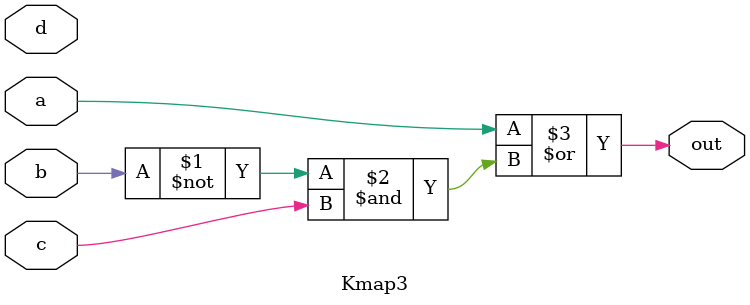
<source format=v>
module Kmap3(
    input   a,
    input   b,
    input   c,
    input   d,
    output  out
);

	// 代码量预计1行
    assign out = a | (~b&c);

endmodule

</source>
